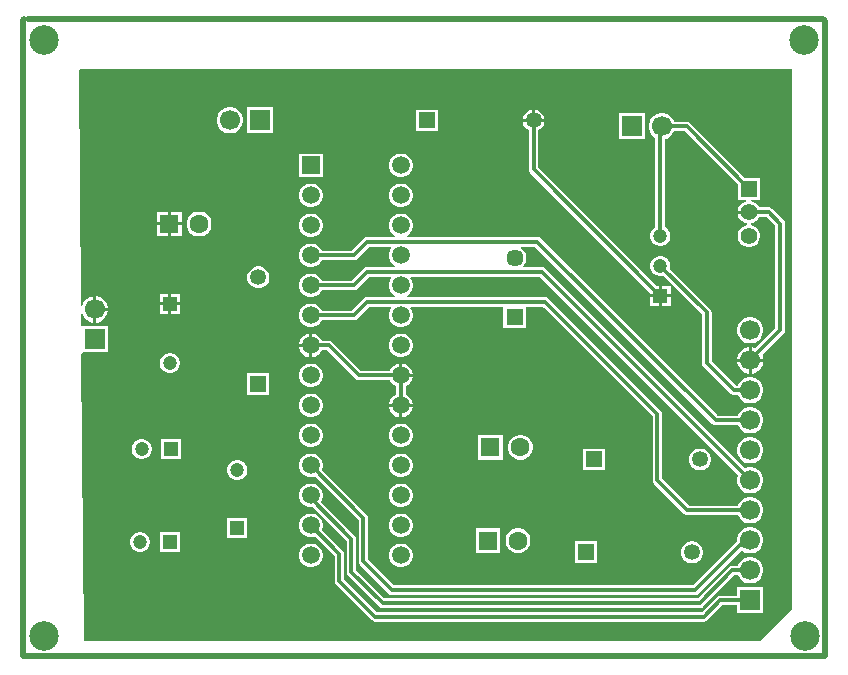
<source format=gbl>
G04*
G04 #@! TF.GenerationSoftware,Altium Limited,Altium Designer,22.9.1 (49)*
G04*
G04 Layer_Physical_Order=2*
G04 Layer_Color=16711680*
%FSLAX44Y44*%
%MOMM*%
G71*
G04*
G04 #@! TF.SameCoordinates,8BA292B5-A8A8-46AB-8795-62B0E452CD41*
G04*
G04*
G04 #@! TF.FilePolarity,Positive*
G04*
G01*
G75*
%ADD15C,1.7000*%
%ADD16R,1.7000X1.7000*%
%ADD24C,1.3900*%
%ADD25R,1.3900X1.3900*%
%ADD28C,1.2000*%
%ADD29R,1.2000X1.2000*%
%ADD31R,1.2000X1.2000*%
%ADD32C,1.4500*%
%ADD33R,1.4500X1.4500*%
%ADD37C,0.5000*%
%ADD38C,0.3200*%
%ADD39C,0.3000*%
%ADD40R,1.6000X1.6000*%
%ADD41C,1.6000*%
%ADD42R,1.3500X1.3500*%
%ADD43C,1.3500*%
%ADD44R,1.7000X1.7000*%
%ADD45C,1.5000*%
%ADD46R,1.5000X1.5000*%
%ADD47R,1.3500X1.3500*%
%ADD48C,2.5000*%
G36*
X654000Y43000D02*
X627000Y16000D01*
X54000D01*
X51986Y259146D01*
X53247Y260220D01*
X74460D01*
Y282220D01*
X53065D01*
X52460Y282220D01*
X51787Y283211D01*
X51707Y292922D01*
X52975Y293094D01*
X53172Y292359D01*
X54626Y289841D01*
X56681Y287786D01*
X59199Y286332D01*
X62007Y285580D01*
X62190D01*
Y296620D01*
Y307660D01*
X62007D01*
X59199Y306908D01*
X56681Y305454D01*
X54626Y303399D01*
X53172Y300881D01*
X52919Y299934D01*
X51647Y300096D01*
X50000Y499000D01*
X51000Y500000D01*
X654000D01*
Y43000D01*
D02*
G37*
%LPC*%
G36*
X436120Y465917D02*
Y457910D01*
X444128D01*
X443507Y460226D01*
X442284Y462344D01*
X440554Y464074D01*
X438436Y465297D01*
X436120Y465917D01*
D02*
G37*
G36*
X433580D02*
X431264Y465297D01*
X429146Y464074D01*
X427416Y462344D01*
X426193Y460226D01*
X425573Y457910D01*
X433580D01*
Y465917D01*
D02*
G37*
G36*
X354100Y465890D02*
X335600D01*
Y447390D01*
X354100D01*
Y465890D01*
D02*
G37*
G36*
X214160Y467640D02*
X192160D01*
Y445640D01*
X214160D01*
Y467640D01*
D02*
G37*
G36*
X179208D02*
X176312D01*
X173514Y466890D01*
X171006Y465442D01*
X168958Y463394D01*
X167510Y460886D01*
X166760Y458088D01*
Y455192D01*
X167510Y452394D01*
X168958Y449886D01*
X171006Y447838D01*
X173514Y446390D01*
X176312Y445640D01*
X179208D01*
X182006Y446390D01*
X184514Y447838D01*
X186562Y449886D01*
X188010Y452394D01*
X188760Y455192D01*
Y458088D01*
X188010Y460886D01*
X186562Y463394D01*
X184514Y465442D01*
X182006Y466890D01*
X179208Y467640D01*
D02*
G37*
G36*
X529120Y462560D02*
X507120D01*
Y440560D01*
X529120D01*
Y462560D01*
D02*
G37*
G36*
X323857Y428540D02*
X321223D01*
X318680Y427859D01*
X316400Y426542D01*
X314538Y424680D01*
X313221Y422400D01*
X312540Y419856D01*
Y417224D01*
X313221Y414680D01*
X314538Y412400D01*
X316400Y410538D01*
X318680Y409221D01*
X321223Y408540D01*
X323857D01*
X326400Y409221D01*
X328680Y410538D01*
X330542Y412400D01*
X331858Y414680D01*
X332540Y417224D01*
Y419856D01*
X331858Y422400D01*
X330542Y424680D01*
X328680Y426542D01*
X326400Y427859D01*
X323857Y428540D01*
D02*
G37*
G36*
X256340D02*
X236340D01*
Y408540D01*
X256340D01*
Y428540D01*
D02*
G37*
G36*
X323857Y403140D02*
X321223D01*
X318680Y402458D01*
X316400Y401142D01*
X314538Y399280D01*
X313221Y397000D01*
X312540Y394456D01*
Y391824D01*
X313221Y389280D01*
X314538Y387000D01*
X316400Y385138D01*
X318680Y383821D01*
X321223Y383140D01*
X323857D01*
X326400Y383821D01*
X328680Y385138D01*
X330542Y387000D01*
X331858Y389280D01*
X332540Y391824D01*
Y394456D01*
X331858Y397000D01*
X330542Y399280D01*
X328680Y401142D01*
X326400Y402458D01*
X323857Y403140D01*
D02*
G37*
G36*
X247656D02*
X245023D01*
X242480Y402458D01*
X240200Y401142D01*
X238338Y399280D01*
X237022Y397000D01*
X236340Y394456D01*
Y391824D01*
X237022Y389280D01*
X238338Y387000D01*
X240200Y385138D01*
X242480Y383821D01*
X245023Y383140D01*
X247656D01*
X250200Y383821D01*
X252480Y385138D01*
X254342Y387000D01*
X255658Y389280D01*
X256340Y391824D01*
Y394456D01*
X255658Y397000D01*
X254342Y399280D01*
X252480Y401142D01*
X250200Y402458D01*
X247656Y403140D01*
D02*
G37*
G36*
X136840Y379540D02*
X127570D01*
Y370270D01*
X136840D01*
Y379540D01*
D02*
G37*
G36*
X125030D02*
X115760D01*
Y370270D01*
X125030D01*
Y379540D01*
D02*
G37*
G36*
X153082Y379500D02*
X150318D01*
X147647Y378784D01*
X145253Y377402D01*
X143298Y375447D01*
X141916Y373053D01*
X141200Y370382D01*
Y367618D01*
X141916Y364947D01*
X143298Y362553D01*
X145253Y360598D01*
X147647Y359216D01*
X150318Y358500D01*
X153082D01*
X155753Y359216D01*
X158147Y360598D01*
X160102Y362553D01*
X161484Y364947D01*
X162200Y367618D01*
Y370382D01*
X161484Y373053D01*
X160102Y375447D01*
X158147Y377402D01*
X155753Y378784D01*
X153082Y379500D01*
D02*
G37*
G36*
X136840Y367730D02*
X127570D01*
Y358460D01*
X136840D01*
Y367730D01*
D02*
G37*
G36*
X125030D02*
X115760D01*
Y358460D01*
X125030D01*
Y367730D01*
D02*
G37*
G36*
X323857Y377740D02*
X321223D01*
X318680Y377058D01*
X316400Y375742D01*
X314538Y373880D01*
X313221Y371600D01*
X312540Y369057D01*
Y366423D01*
X313221Y363880D01*
X314538Y361600D01*
X316400Y359738D01*
X317352Y359188D01*
X317012Y357918D01*
X294195D01*
X294195Y357918D01*
X292635Y357608D01*
X291311Y356724D01*
X291311Y356724D01*
X281006Y346418D01*
X255532D01*
X254342Y348480D01*
X252480Y350342D01*
X250200Y351659D01*
X247656Y352340D01*
X245023D01*
X242480Y351659D01*
X240200Y350342D01*
X238338Y348480D01*
X237022Y346200D01*
X236340Y343657D01*
Y341023D01*
X237022Y338480D01*
X238338Y336200D01*
X240200Y334338D01*
X242480Y333022D01*
X245023Y332340D01*
X247656D01*
X250200Y333022D01*
X252480Y334338D01*
X254342Y336200D01*
X255532Y338262D01*
X282695D01*
X282695Y338262D01*
X284256Y338572D01*
X285579Y339456D01*
X295885Y349762D01*
X314160D01*
X314646Y348588D01*
X314538Y348480D01*
X313221Y346200D01*
X312540Y343657D01*
Y341023D01*
X313221Y338480D01*
X314538Y336200D01*
X316400Y334338D01*
X317352Y333788D01*
X317012Y332518D01*
X294195D01*
X294195Y332518D01*
X292635Y332208D01*
X291311Y331324D01*
X291311Y331324D01*
X281006Y321018D01*
X255532D01*
X254342Y323080D01*
X252480Y324942D01*
X250200Y326259D01*
X247656Y326940D01*
X245023D01*
X242480Y326259D01*
X240200Y324942D01*
X238338Y323080D01*
X237022Y320800D01*
X236340Y318256D01*
Y315623D01*
X237022Y313080D01*
X238338Y310800D01*
X240200Y308938D01*
X242480Y307621D01*
X245023Y306940D01*
X247656D01*
X250200Y307621D01*
X252480Y308938D01*
X254342Y310800D01*
X255532Y312862D01*
X282695D01*
X282695Y312862D01*
X284256Y313172D01*
X285579Y314056D01*
X295885Y324362D01*
X314160D01*
X314646Y323188D01*
X314538Y323080D01*
X313221Y320800D01*
X312540Y318256D01*
Y315623D01*
X313221Y313080D01*
X314538Y310800D01*
X316400Y308938D01*
X317352Y308388D01*
X317012Y307118D01*
X294195D01*
X294195Y307118D01*
X292635Y306808D01*
X291311Y305924D01*
X291311Y305924D01*
X281006Y295618D01*
X255532D01*
X254342Y297680D01*
X252480Y299542D01*
X250200Y300858D01*
X247656Y301540D01*
X245023D01*
X242480Y300858D01*
X240200Y299542D01*
X238338Y297680D01*
X237022Y295400D01*
X236340Y292857D01*
Y290224D01*
X237022Y287680D01*
X238338Y285400D01*
X240200Y283538D01*
X242480Y282222D01*
X245023Y281540D01*
X247656D01*
X250200Y282222D01*
X252480Y283538D01*
X254342Y285400D01*
X255532Y287462D01*
X282695D01*
X282695Y287462D01*
X284256Y287772D01*
X285579Y288656D01*
X295885Y298962D01*
X314160D01*
X314646Y297788D01*
X314538Y297680D01*
X313221Y295400D01*
X312540Y292857D01*
Y290224D01*
X313221Y287680D01*
X314538Y285400D01*
X316400Y283538D01*
X318680Y282222D01*
X321223Y281540D01*
X323857D01*
X326400Y282222D01*
X328680Y283538D01*
X330542Y285400D01*
X331858Y287680D01*
X332540Y290224D01*
Y292857D01*
X331858Y295400D01*
X330542Y297680D01*
X330434Y297788D01*
X330920Y298962D01*
X409310D01*
Y280520D01*
X428810D01*
Y298962D01*
X442701D01*
X442840Y298823D01*
X442840Y298823D01*
X535632Y206031D01*
Y151840D01*
X535632Y151840D01*
X535942Y150279D01*
X536826Y148956D01*
X562226Y123556D01*
X562226Y123556D01*
X563549Y122672D01*
X565110Y122362D01*
X565110Y122362D01*
X608155D01*
X608200Y122194D01*
X609648Y119686D01*
X611696Y117638D01*
X614204Y116190D01*
X617002Y115440D01*
X619898D01*
X622696Y116190D01*
X625204Y117638D01*
X627252Y119686D01*
X628700Y122194D01*
X629450Y124992D01*
Y127888D01*
X628700Y130686D01*
X627252Y133194D01*
X625204Y135242D01*
X622696Y136690D01*
X619898Y137440D01*
X617002D01*
X614204Y136690D01*
X611696Y135242D01*
X609648Y133194D01*
X608200Y130686D01*
X608155Y130518D01*
X566799D01*
X543788Y153529D01*
Y207720D01*
X543788Y207720D01*
X543478Y209281D01*
X542594Y210604D01*
X448607Y304590D01*
X447274Y305924D01*
X445951Y306808D01*
X444390Y307118D01*
X444390Y307118D01*
X328068D01*
X327728Y308388D01*
X328680Y308938D01*
X330542Y310800D01*
X331858Y313080D01*
X332540Y315623D01*
Y318256D01*
X331858Y320800D01*
X330542Y323080D01*
X330434Y323188D01*
X330920Y324362D01*
X440161D01*
X608286Y156236D01*
X608200Y156086D01*
X607450Y153288D01*
Y150392D01*
X608200Y147594D01*
X609648Y145086D01*
X611696Y143038D01*
X614204Y141590D01*
X617002Y140840D01*
X619898D01*
X622696Y141590D01*
X625204Y143038D01*
X627252Y145086D01*
X628700Y147594D01*
X629450Y150392D01*
Y153288D01*
X628700Y156086D01*
X627252Y158594D01*
X625204Y160642D01*
X622696Y162090D01*
X619898Y162840D01*
X617002D01*
X614204Y162090D01*
X614054Y162004D01*
X444734Y331324D01*
X443411Y332208D01*
X441850Y332518D01*
X441850Y332518D01*
X426756D01*
X426270Y333692D01*
X426862Y334283D01*
X428145Y336507D01*
X428810Y338986D01*
Y341553D01*
X428145Y344033D01*
X426862Y346256D01*
X425047Y348072D01*
X424319Y348492D01*
X424660Y349762D01*
X436351D01*
X586356Y199756D01*
X586356Y199756D01*
X587679Y198872D01*
X589240Y198562D01*
X608155D01*
X608200Y198394D01*
X609648Y195886D01*
X611696Y193838D01*
X614204Y192390D01*
X617002Y191640D01*
X619898D01*
X622696Y192390D01*
X625204Y193838D01*
X627252Y195886D01*
X628700Y198394D01*
X629450Y201192D01*
Y204088D01*
X628700Y206886D01*
X627252Y209394D01*
X625204Y211442D01*
X622696Y212890D01*
X619898Y213640D01*
X617002D01*
X614204Y212890D01*
X611696Y211442D01*
X609648Y209394D01*
X608200Y206886D01*
X608155Y206718D01*
X590929D01*
X440924Y356724D01*
X439601Y357608D01*
X438040Y357918D01*
X438040Y357918D01*
X328068D01*
X327728Y359188D01*
X328680Y359738D01*
X330542Y361600D01*
X331858Y363880D01*
X332540Y366423D01*
Y369057D01*
X331858Y371600D01*
X330542Y373880D01*
X328680Y375742D01*
X326400Y377058D01*
X323857Y377740D01*
D02*
G37*
G36*
X247656D02*
X245023D01*
X242480Y377058D01*
X240200Y375742D01*
X238338Y373880D01*
X237022Y371600D01*
X236340Y369057D01*
Y366423D01*
X237022Y363880D01*
X238338Y361600D01*
X240200Y359738D01*
X242480Y358422D01*
X245023Y357740D01*
X247656D01*
X250200Y358422D01*
X252480Y359738D01*
X254342Y361600D01*
X255658Y363880D01*
X256340Y366423D01*
Y369057D01*
X255658Y371600D01*
X254342Y373880D01*
X252480Y375742D01*
X250200Y377058D01*
X247656Y377740D01*
D02*
G37*
G36*
X203108Y333090D02*
X200672D01*
X198320Y332460D01*
X196210Y331242D01*
X194488Y329520D01*
X193270Y327411D01*
X192640Y325058D01*
Y322622D01*
X193270Y320270D01*
X194488Y318161D01*
X196210Y316438D01*
X198320Y315221D01*
X200672Y314590D01*
X203108D01*
X205460Y315221D01*
X207570Y316438D01*
X209292Y318161D01*
X210510Y320270D01*
X211140Y322622D01*
Y325058D01*
X210510Y327411D01*
X209292Y329520D01*
X207570Y331242D01*
X205460Y332460D01*
X203108Y333090D01*
D02*
G37*
G36*
X550840Y316590D02*
X543570D01*
Y309320D01*
X550840D01*
Y316590D01*
D02*
G37*
G36*
X444128Y455370D02*
X425573D01*
X426193Y453054D01*
X427416Y450936D01*
X429146Y449206D01*
X430670Y448326D01*
Y415500D01*
X430988Y413900D01*
X431894Y412544D01*
X533760Y310678D01*
Y309320D01*
X541030D01*
Y316590D01*
X539672D01*
X439030Y417231D01*
Y448326D01*
X440554Y449206D01*
X442284Y450936D01*
X443507Y453054D01*
X444128Y455370D01*
D02*
G37*
G36*
X135500Y309840D02*
X128230D01*
Y302570D01*
X135500D01*
Y309840D01*
D02*
G37*
G36*
X125690D02*
X118420D01*
Y302570D01*
X125690D01*
Y309840D01*
D02*
G37*
G36*
X550840Y306780D02*
X543570D01*
Y299510D01*
X550840D01*
Y306780D01*
D02*
G37*
G36*
X541030D02*
X533760D01*
Y299510D01*
X541030D01*
Y306780D01*
D02*
G37*
G36*
X64913Y307660D02*
X64730D01*
Y297890D01*
X74500D01*
Y298073D01*
X73748Y300881D01*
X72294Y303399D01*
X70239Y305454D01*
X67721Y306908D01*
X64913Y307660D01*
D02*
G37*
G36*
X135500Y300030D02*
X128230D01*
Y292760D01*
X135500D01*
Y300030D01*
D02*
G37*
G36*
X125690D02*
X118420D01*
Y292760D01*
X125690D01*
Y300030D01*
D02*
G37*
G36*
X74500Y295350D02*
X64730D01*
Y285580D01*
X64913D01*
X67721Y286332D01*
X70239Y287786D01*
X72294Y289841D01*
X73748Y292359D01*
X74500Y295167D01*
Y295350D01*
D02*
G37*
G36*
X619898Y289840D02*
X617002D01*
X614204Y289090D01*
X611696Y287642D01*
X609648Y285594D01*
X608200Y283086D01*
X607450Y280288D01*
Y277392D01*
X608200Y274594D01*
X609648Y272086D01*
X611696Y270038D01*
X614204Y268590D01*
X617002Y267840D01*
X619898D01*
X622696Y268590D01*
X625204Y270038D01*
X627252Y272086D01*
X628700Y274594D01*
X629450Y277392D01*
Y280288D01*
X628700Y283086D01*
X627252Y285594D01*
X625204Y287642D01*
X622696Y289090D01*
X619898Y289840D01*
D02*
G37*
G36*
X245070Y276180D02*
X245018D01*
X242465Y275496D01*
X240175Y274174D01*
X238306Y272305D01*
X236984Y270015D01*
X236300Y267462D01*
Y267410D01*
X245070D01*
Y276180D01*
D02*
G37*
G36*
X544968Y462560D02*
X542072D01*
X539274Y461810D01*
X536766Y460362D01*
X534718Y458314D01*
X533270Y455806D01*
X532520Y453008D01*
Y450112D01*
X533270Y447314D01*
X534718Y444806D01*
X536766Y442758D01*
X538120Y441976D01*
Y366251D01*
X537081Y365652D01*
X535498Y364069D01*
X534379Y362131D01*
X533800Y359969D01*
Y357731D01*
X534379Y355569D01*
X535498Y353631D01*
X537081Y352048D01*
X539019Y350929D01*
X541181Y350350D01*
X543419D01*
X545581Y350929D01*
X547519Y352048D01*
X549101Y353631D01*
X550220Y355569D01*
X550800Y357731D01*
Y359969D01*
X550220Y362131D01*
X549101Y364069D01*
X547519Y365652D01*
X546480Y366251D01*
Y440965D01*
X547766Y441310D01*
X550274Y442758D01*
X552322Y444806D01*
X553770Y447314D01*
X553788Y447380D01*
X562738D01*
X607730Y402388D01*
Y389400D01*
X614980D01*
X615147Y388130D01*
X613517Y387693D01*
X611353Y386444D01*
X609586Y384677D01*
X608337Y382513D01*
X607696Y380120D01*
X617180D01*
Y377580D01*
X607696D01*
X608337Y375187D01*
X609586Y373023D01*
X611353Y371256D01*
X613517Y370007D01*
X615458Y369487D01*
Y368172D01*
X613532Y367656D01*
X611378Y366412D01*
X609618Y364652D01*
X608374Y362498D01*
X607730Y360094D01*
Y357606D01*
X608374Y355202D01*
X609618Y353048D01*
X611378Y351288D01*
X613532Y350044D01*
X615936Y349400D01*
X618424D01*
X620828Y350044D01*
X622982Y351288D01*
X624742Y353048D01*
X625986Y355202D01*
X626630Y357606D01*
Y360094D01*
X625986Y362498D01*
X624742Y364652D01*
X622982Y366412D01*
X620828Y367656D01*
X618902Y368172D01*
Y369487D01*
X620843Y370007D01*
X623007Y371256D01*
X624774Y373023D01*
X625725Y374670D01*
X632279D01*
X639670Y367279D01*
Y280571D01*
X622784Y263686D01*
X622711Y263728D01*
X619903Y264480D01*
X619720D01*
Y254710D01*
X629490D01*
Y254893D01*
X628738Y257701D01*
X628696Y257774D01*
X646806Y275884D01*
X647712Y277240D01*
X648030Y278840D01*
Y369010D01*
X647712Y370610D01*
X646806Y371966D01*
X636966Y381806D01*
X635610Y382712D01*
X634010Y383030D01*
X625725D01*
X624774Y384677D01*
X623007Y386444D01*
X620843Y387693D01*
X619213Y388130D01*
X619380Y389400D01*
X626630D01*
Y408300D01*
X613642D01*
X567426Y454516D01*
X566070Y455422D01*
X564470Y455740D01*
X553788D01*
X553770Y455806D01*
X552322Y458314D01*
X550274Y460362D01*
X547766Y461810D01*
X544968Y462560D01*
D02*
G37*
G36*
X323857Y276140D02*
X321223D01*
X318680Y275459D01*
X316400Y274142D01*
X314538Y272280D01*
X313221Y270000D01*
X312540Y267456D01*
Y264823D01*
X313221Y262280D01*
X314538Y260000D01*
X316400Y258138D01*
X318680Y256821D01*
X321223Y256140D01*
X323857D01*
X326400Y256821D01*
X328680Y258138D01*
X330542Y260000D01*
X331858Y262280D01*
X332540Y264823D01*
Y267456D01*
X331858Y270000D01*
X330542Y272280D01*
X328680Y274142D01*
X326400Y275459D01*
X323857Y276140D01*
D02*
G37*
G36*
X245070Y264870D02*
X236300D01*
Y264818D01*
X236984Y262265D01*
X238306Y259975D01*
X240175Y258106D01*
X242465Y256784D01*
X245018Y256100D01*
X245070D01*
Y264870D01*
D02*
G37*
G36*
X617180Y264480D02*
X616997D01*
X614189Y263728D01*
X611671Y262274D01*
X609616Y260219D01*
X608162Y257701D01*
X607410Y254893D01*
Y254710D01*
X617180D01*
Y264480D01*
D02*
G37*
G36*
X128079Y259800D02*
X125841D01*
X123679Y259221D01*
X121741Y258102D01*
X120158Y256519D01*
X119039Y254581D01*
X118460Y252419D01*
Y250181D01*
X119039Y248019D01*
X120158Y246081D01*
X121741Y244498D01*
X123679Y243379D01*
X125841Y242800D01*
X128079D01*
X130241Y243379D01*
X132179Y244498D01*
X133762Y246081D01*
X134881Y248019D01*
X135460Y250181D01*
Y252419D01*
X134881Y254581D01*
X133762Y256519D01*
X132179Y258102D01*
X130241Y259221D01*
X128079Y259800D01*
D02*
G37*
G36*
X629490Y252170D02*
X619720D01*
Y242400D01*
X619903D01*
X622711Y243152D01*
X625229Y244606D01*
X627284Y246661D01*
X628738Y249179D01*
X629490Y251987D01*
Y252170D01*
D02*
G37*
G36*
X617180D02*
X607410D01*
Y251987D01*
X608162Y249179D01*
X609616Y246661D01*
X611671Y244606D01*
X614189Y243152D01*
X616997Y242400D01*
X617180D01*
Y252170D01*
D02*
G37*
G36*
X323862Y250780D02*
X323810D01*
Y242010D01*
X332580D01*
Y242062D01*
X331896Y244615D01*
X330574Y246905D01*
X328705Y248774D01*
X326415Y250096D01*
X323862Y250780D01*
D02*
G37*
G36*
X247656Y250740D02*
X245023D01*
X242480Y250058D01*
X240200Y248742D01*
X238338Y246880D01*
X237022Y244600D01*
X236340Y242057D01*
Y239424D01*
X237022Y236880D01*
X238338Y234600D01*
X240200Y232738D01*
X242480Y231422D01*
X245023Y230740D01*
X247656D01*
X250200Y231422D01*
X252480Y232738D01*
X254342Y234600D01*
X255658Y236880D01*
X256340Y239424D01*
Y242057D01*
X255658Y244600D01*
X254342Y246880D01*
X252480Y248742D01*
X250200Y250058D01*
X247656Y250740D01*
D02*
G37*
G36*
X211140Y243090D02*
X192640D01*
Y224590D01*
X211140D01*
Y243090D01*
D02*
G37*
G36*
X543419Y341950D02*
X541181D01*
X539019Y341371D01*
X537081Y340252D01*
X535498Y338669D01*
X534379Y336731D01*
X533800Y334569D01*
Y332331D01*
X534379Y330169D01*
X535498Y328231D01*
X537081Y326648D01*
X539019Y325529D01*
X541181Y324950D01*
X543419D01*
X544691Y325291D01*
X577542Y292440D01*
Y251388D01*
X577542Y251387D01*
X577852Y249827D01*
X578736Y248503D01*
X602084Y225156D01*
X603407Y224272D01*
X604967Y223962D01*
X608155D01*
X608200Y223794D01*
X609648Y221286D01*
X611696Y219238D01*
X614204Y217790D01*
X617002Y217040D01*
X619898D01*
X622696Y217790D01*
X625204Y219238D01*
X627252Y221286D01*
X628700Y223794D01*
X629450Y226592D01*
Y229488D01*
X628700Y232286D01*
X627252Y234794D01*
X625204Y236842D01*
X622696Y238290D01*
X619898Y239040D01*
X617002D01*
X614204Y238290D01*
X611696Y236842D01*
X609648Y234794D01*
X608200Y232286D01*
X608155Y232118D01*
X606657D01*
X585698Y253077D01*
Y294130D01*
X585388Y295690D01*
X584504Y297014D01*
X584504Y297014D01*
X550459Y331059D01*
X550800Y332331D01*
Y334569D01*
X550220Y336731D01*
X549101Y338669D01*
X547519Y340252D01*
X545581Y341371D01*
X543419Y341950D01*
D02*
G37*
G36*
X247662Y276180D02*
X247610D01*
Y266140D01*
Y256100D01*
X247662D01*
X250215Y256784D01*
X252505Y258106D01*
X254374Y259975D01*
X255520Y261960D01*
X259848D01*
X284024Y237784D01*
X285380Y236878D01*
X286980Y236560D01*
X313360D01*
X314506Y234575D01*
X316375Y232706D01*
X318360Y231560D01*
Y224520D01*
X316375Y223374D01*
X314506Y221505D01*
X313184Y219215D01*
X312500Y216662D01*
Y216610D01*
X332580D01*
Y216662D01*
X331896Y219215D01*
X330574Y221505D01*
X328705Y223374D01*
X326720Y224520D01*
Y231560D01*
X328705Y232706D01*
X330574Y234575D01*
X331896Y236865D01*
X332580Y239418D01*
Y239470D01*
X322540D01*
Y240740D01*
X321270D01*
Y250780D01*
X321218D01*
X318665Y250096D01*
X316375Y248774D01*
X314506Y246905D01*
X313360Y244920D01*
X288711D01*
X264536Y269096D01*
X263180Y270002D01*
X261580Y270320D01*
X255520D01*
X254374Y272305D01*
X252505Y274174D01*
X250215Y275496D01*
X247662Y276180D01*
D02*
G37*
G36*
X247656Y225340D02*
X245023D01*
X242480Y224659D01*
X240200Y223342D01*
X238338Y221480D01*
X237022Y219200D01*
X236340Y216656D01*
Y214023D01*
X237022Y211480D01*
X238338Y209200D01*
X240200Y207338D01*
X242480Y206021D01*
X245023Y205340D01*
X247656D01*
X250200Y206021D01*
X252480Y207338D01*
X254342Y209200D01*
X255658Y211480D01*
X256340Y214023D01*
Y216656D01*
X255658Y219200D01*
X254342Y221480D01*
X252480Y223342D01*
X250200Y224659D01*
X247656Y225340D01*
D02*
G37*
G36*
X332580Y214070D02*
X323810D01*
Y205300D01*
X323862D01*
X326415Y205984D01*
X328705Y207306D01*
X330574Y209175D01*
X331896Y211465D01*
X332580Y214018D01*
Y214070D01*
D02*
G37*
G36*
X321270D02*
X312500D01*
Y214018D01*
X313184Y211465D01*
X314506Y209175D01*
X316375Y207306D01*
X318665Y205984D01*
X321218Y205300D01*
X321270D01*
Y214070D01*
D02*
G37*
G36*
X323857Y199940D02*
X321223D01*
X318680Y199258D01*
X316400Y197942D01*
X314538Y196080D01*
X313221Y193800D01*
X312540Y191257D01*
Y188624D01*
X313221Y186080D01*
X314538Y183800D01*
X316400Y181938D01*
X318680Y180621D01*
X321223Y179940D01*
X323857D01*
X326400Y180621D01*
X328680Y181938D01*
X330542Y183800D01*
X331858Y186080D01*
X332540Y188624D01*
Y191257D01*
X331858Y193800D01*
X330542Y196080D01*
X328680Y197942D01*
X326400Y199258D01*
X323857Y199940D01*
D02*
G37*
G36*
X247656D02*
X245023D01*
X242480Y199258D01*
X240200Y197942D01*
X238338Y196080D01*
X237022Y193800D01*
X236340Y191257D01*
Y188624D01*
X237022Y186080D01*
X238338Y183800D01*
X240200Y181938D01*
X242480Y180621D01*
X245023Y179940D01*
X247656D01*
X250200Y180621D01*
X252480Y181938D01*
X254342Y183800D01*
X255658Y186080D01*
X256340Y188624D01*
Y191257D01*
X255658Y193800D01*
X254342Y196080D01*
X252480Y197942D01*
X250200Y199258D01*
X247656Y199940D01*
D02*
G37*
G36*
X136530Y187010D02*
X119530D01*
Y170010D01*
X136530D01*
Y187010D01*
D02*
G37*
G36*
X104149D02*
X101911D01*
X99749Y186431D01*
X97811Y185312D01*
X96229Y183729D01*
X95109Y181791D01*
X94530Y179629D01*
Y177391D01*
X95109Y175229D01*
X96229Y173291D01*
X97811Y171708D01*
X99749Y170589D01*
X101911Y170010D01*
X104149D01*
X106311Y170589D01*
X108249Y171708D01*
X109832Y173291D01*
X110951Y175229D01*
X111530Y177391D01*
Y179629D01*
X110951Y181791D01*
X109832Y183729D01*
X108249Y185312D01*
X106311Y186431D01*
X104149Y187010D01*
D02*
G37*
G36*
X425082Y190500D02*
X422318D01*
X419647Y189784D01*
X417253Y188402D01*
X415298Y186447D01*
X413916Y184053D01*
X413200Y181382D01*
Y178618D01*
X413916Y175947D01*
X415298Y173553D01*
X417253Y171598D01*
X419647Y170216D01*
X422318Y169500D01*
X425082D01*
X427753Y170216D01*
X430147Y171598D01*
X432102Y173553D01*
X433484Y175947D01*
X434200Y178618D01*
Y181382D01*
X433484Y184053D01*
X432102Y186447D01*
X430147Y188402D01*
X427753Y189784D01*
X425082Y190500D01*
D02*
G37*
G36*
X408800D02*
X387800D01*
Y169500D01*
X408800D01*
Y190500D01*
D02*
G37*
G36*
X619898Y188240D02*
X617002D01*
X614204Y187490D01*
X611696Y186042D01*
X609648Y183994D01*
X608200Y181486D01*
X607450Y178688D01*
Y175792D01*
X608200Y172994D01*
X609648Y170486D01*
X611696Y168438D01*
X614204Y166990D01*
X617002Y166240D01*
X619898D01*
X622696Y166990D01*
X625204Y168438D01*
X627252Y170486D01*
X628700Y172994D01*
X629450Y175792D01*
Y178688D01*
X628700Y181486D01*
X627252Y183994D01*
X625204Y186042D01*
X622696Y187490D01*
X619898Y188240D01*
D02*
G37*
G36*
X577038Y178870D02*
X574602D01*
X572250Y178240D01*
X570140Y177022D01*
X568418Y175300D01*
X567201Y173190D01*
X566570Y170838D01*
Y168402D01*
X567201Y166050D01*
X568418Y163940D01*
X570140Y162218D01*
X572250Y161000D01*
X574602Y160370D01*
X577038D01*
X579390Y161000D01*
X581500Y162218D01*
X583222Y163940D01*
X584440Y166050D01*
X585070Y168402D01*
Y170838D01*
X584440Y173190D01*
X583222Y175300D01*
X581500Y177022D01*
X579390Y178240D01*
X577038Y178870D01*
D02*
G37*
G36*
X495070D02*
X476570D01*
Y160370D01*
X495070D01*
Y178870D01*
D02*
G37*
G36*
X323857Y174540D02*
X321223D01*
X318680Y173859D01*
X316400Y172542D01*
X314538Y170680D01*
X313221Y168400D01*
X312540Y165856D01*
Y163223D01*
X313221Y160680D01*
X314538Y158400D01*
X316400Y156538D01*
X318680Y155222D01*
X321223Y154540D01*
X323857D01*
X326400Y155222D01*
X328680Y156538D01*
X330542Y158400D01*
X331858Y160680D01*
X332540Y163223D01*
Y165856D01*
X331858Y168400D01*
X330542Y170680D01*
X328680Y172542D01*
X326400Y173859D01*
X323857Y174540D01*
D02*
G37*
G36*
X185229Y169230D02*
X182991D01*
X180829Y168651D01*
X178891Y167532D01*
X177308Y165949D01*
X176189Y164011D01*
X175610Y161849D01*
Y159611D01*
X176189Y157449D01*
X177308Y155511D01*
X178891Y153928D01*
X180829Y152809D01*
X182991Y152230D01*
X185229D01*
X187391Y152809D01*
X189329Y153928D01*
X190912Y155511D01*
X192031Y157449D01*
X192610Y159611D01*
Y161849D01*
X192031Y164011D01*
X190912Y165949D01*
X189329Y167532D01*
X187391Y168651D01*
X185229Y169230D01*
D02*
G37*
G36*
X323857Y149140D02*
X321223D01*
X318680Y148458D01*
X316400Y147142D01*
X314538Y145280D01*
X313221Y143000D01*
X312540Y140456D01*
Y137823D01*
X313221Y135280D01*
X314538Y133000D01*
X316400Y131138D01*
X318680Y129822D01*
X321223Y129140D01*
X323857D01*
X326400Y129822D01*
X328680Y131138D01*
X330542Y133000D01*
X331858Y135280D01*
X332540Y137823D01*
Y140456D01*
X331858Y143000D01*
X330542Y145280D01*
X328680Y147142D01*
X326400Y148458D01*
X323857Y149140D01*
D02*
G37*
G36*
Y123740D02*
X321223D01*
X318680Y123059D01*
X316400Y121742D01*
X314538Y119880D01*
X313221Y117600D01*
X312540Y115056D01*
Y112423D01*
X313221Y109880D01*
X314538Y107600D01*
X316400Y105738D01*
X318680Y104422D01*
X321223Y103740D01*
X323857D01*
X326400Y104422D01*
X328680Y105738D01*
X330542Y107600D01*
X331858Y109880D01*
X332540Y112423D01*
Y115056D01*
X331858Y117600D01*
X330542Y119880D01*
X328680Y121742D01*
X326400Y123059D01*
X323857Y123740D01*
D02*
G37*
G36*
X192610Y120430D02*
X175610D01*
Y103430D01*
X192610D01*
Y120430D01*
D02*
G37*
G36*
X135260Y108270D02*
X118260D01*
Y91270D01*
X135260D01*
Y108270D01*
D02*
G37*
G36*
X102879D02*
X100641D01*
X98479Y107691D01*
X96541Y106572D01*
X94958Y104989D01*
X93839Y103051D01*
X93260Y100889D01*
Y98651D01*
X93839Y96489D01*
X94958Y94551D01*
X96541Y92968D01*
X98479Y91849D01*
X100641Y91270D01*
X102879D01*
X105041Y91849D01*
X106979Y92968D01*
X108562Y94551D01*
X109681Y96489D01*
X110260Y98651D01*
Y100889D01*
X109681Y103051D01*
X108562Y104989D01*
X106979Y106572D01*
X105041Y107691D01*
X102879Y108270D01*
D02*
G37*
G36*
X423082Y111500D02*
X420318D01*
X417647Y110784D01*
X415253Y109402D01*
X413298Y107447D01*
X411916Y105053D01*
X411200Y102382D01*
Y99618D01*
X411916Y96947D01*
X413298Y94553D01*
X415253Y92598D01*
X417647Y91216D01*
X420318Y90500D01*
X423082D01*
X425753Y91216D01*
X428147Y92598D01*
X430102Y94553D01*
X431484Y96947D01*
X432200Y99618D01*
Y102382D01*
X431484Y105053D01*
X430102Y107447D01*
X428147Y109402D01*
X425753Y110784D01*
X423082Y111500D01*
D02*
G37*
G36*
X406800D02*
X385800D01*
Y90500D01*
X406800D01*
Y111500D01*
D02*
G37*
G36*
X247656Y174540D02*
X245023D01*
X242480Y173859D01*
X240200Y172542D01*
X238338Y170680D01*
X237022Y168400D01*
X236340Y165856D01*
Y163223D01*
X237022Y160680D01*
X238338Y158400D01*
X240200Y156538D01*
X242480Y155222D01*
X245023Y154540D01*
X247656D01*
X249956Y155156D01*
X286712Y118401D01*
Y83260D01*
X286712Y83260D01*
X287022Y81699D01*
X287906Y80376D01*
X312166Y56116D01*
X312166Y56116D01*
X313489Y55232D01*
X315050Y54922D01*
X315050Y54922D01*
X571330D01*
X571330Y54922D01*
X572891Y55232D01*
X574214Y56116D01*
X611016Y92918D01*
X611696Y92238D01*
X614204Y90790D01*
X617002Y90040D01*
X619898D01*
X622696Y90790D01*
X625204Y92238D01*
X627252Y94286D01*
X628700Y96794D01*
X629450Y99592D01*
Y102488D01*
X628700Y105286D01*
X627252Y107794D01*
X625204Y109842D01*
X622696Y111290D01*
X619898Y112040D01*
X617002D01*
X614204Y111290D01*
X611696Y109842D01*
X609648Y107794D01*
X608200Y105286D01*
X607450Y102488D01*
Y100683D01*
X606834Y100272D01*
X569641Y63078D01*
X316739D01*
X294868Y84949D01*
Y120090D01*
X294868Y120090D01*
X294558Y121651D01*
X293674Y122974D01*
X293674Y122974D01*
X255724Y160924D01*
X256340Y163223D01*
Y165856D01*
X255658Y168400D01*
X254342Y170680D01*
X252480Y172542D01*
X250200Y173859D01*
X247656Y174540D01*
D02*
G37*
G36*
X570218Y100250D02*
X567782D01*
X565430Y99620D01*
X563321Y98402D01*
X561598Y96680D01*
X560381Y94570D01*
X559750Y92218D01*
Y89782D01*
X560381Y87430D01*
X561598Y85320D01*
X563321Y83598D01*
X565430Y82380D01*
X567782Y81750D01*
X570218D01*
X572570Y82380D01*
X574680Y83598D01*
X576402Y85320D01*
X577620Y87430D01*
X578250Y89782D01*
Y92218D01*
X577620Y94570D01*
X576402Y96680D01*
X574680Y98402D01*
X572570Y99620D01*
X570218Y100250D01*
D02*
G37*
G36*
X488250D02*
X469750D01*
Y81750D01*
X488250D01*
Y100250D01*
D02*
G37*
G36*
X323857Y98340D02*
X321223D01*
X318680Y97659D01*
X316400Y96342D01*
X314538Y94480D01*
X313221Y92200D01*
X312540Y89656D01*
Y87023D01*
X313221Y84480D01*
X314538Y82200D01*
X316400Y80338D01*
X318680Y79022D01*
X321223Y78340D01*
X323857D01*
X326400Y79022D01*
X328680Y80338D01*
X330542Y82200D01*
X331858Y84480D01*
X332540Y87023D01*
Y89656D01*
X331858Y92200D01*
X330542Y94480D01*
X328680Y96342D01*
X326400Y97659D01*
X323857Y98340D01*
D02*
G37*
G36*
X247656D02*
X245023D01*
X242480Y97659D01*
X240200Y96342D01*
X238338Y94480D01*
X237022Y92200D01*
X236340Y89656D01*
Y87023D01*
X237022Y84480D01*
X238338Y82200D01*
X240200Y80338D01*
X242480Y79022D01*
X245023Y78340D01*
X247656D01*
X250200Y79022D01*
X252480Y80338D01*
X254342Y82200D01*
X255658Y84480D01*
X256340Y87023D01*
Y89656D01*
X255658Y92200D01*
X254342Y94480D01*
X252480Y96342D01*
X250200Y97659D01*
X247656Y98340D01*
D02*
G37*
G36*
Y149140D02*
X245023D01*
X242480Y148458D01*
X240200Y147142D01*
X238338Y145280D01*
X237022Y143000D01*
X236340Y140456D01*
Y137823D01*
X237022Y135280D01*
X238338Y133000D01*
X240200Y131138D01*
X242480Y129822D01*
X245023Y129140D01*
X247656D01*
X247953Y129219D01*
X276552Y100621D01*
Y74370D01*
X276552Y74370D01*
X276862Y72809D01*
X277746Y71486D01*
X304116Y45116D01*
X305439Y44232D01*
X307000Y43922D01*
X307000Y43922D01*
X575570D01*
X575570Y43922D01*
X577131Y44232D01*
X578454Y45116D01*
X604899Y71562D01*
X608155D01*
X608200Y71394D01*
X609648Y68886D01*
X611696Y66838D01*
X614204Y65390D01*
X617002Y64640D01*
X619898D01*
X622696Y65390D01*
X625204Y66838D01*
X627252Y68886D01*
X628700Y71394D01*
X629450Y74192D01*
Y77088D01*
X628700Y79886D01*
X627252Y82394D01*
X625204Y84442D01*
X622696Y85890D01*
X619898Y86640D01*
X617002D01*
X614204Y85890D01*
X611696Y84442D01*
X609648Y82394D01*
X608200Y79886D01*
X608155Y79718D01*
X603210D01*
X603210Y79718D01*
X601649Y79408D01*
X600326Y78524D01*
X600326Y78524D01*
X573881Y52078D01*
X308689D01*
X284708Y76059D01*
Y102310D01*
X284398Y103871D01*
X283514Y105194D01*
X283514Y105194D01*
X254842Y133866D01*
X255658Y135280D01*
X256340Y137823D01*
Y140456D01*
X255658Y143000D01*
X254342Y145280D01*
X252480Y147142D01*
X250200Y148458D01*
X247656Y149140D01*
D02*
G37*
G36*
Y123740D02*
X245023D01*
X242480Y123059D01*
X240200Y121742D01*
X238338Y119880D01*
X237022Y117600D01*
X236340Y115056D01*
Y112423D01*
X237022Y109880D01*
X238338Y107600D01*
X240200Y105738D01*
X242480Y104422D01*
X245023Y103740D01*
X247656D01*
X249956Y104356D01*
X266392Y87921D01*
Y66750D01*
X266392Y66750D01*
X266702Y65189D01*
X267586Y63866D01*
X298066Y33386D01*
X298066Y33386D01*
X299389Y32502D01*
X300950Y32192D01*
X579080D01*
X579080Y32192D01*
X580641Y32502D01*
X581964Y33386D01*
X594739Y46162D01*
X607450D01*
Y39240D01*
X629450D01*
Y61240D01*
X607450D01*
Y54318D01*
X593050D01*
X591489Y54008D01*
X590166Y53124D01*
X590166Y53124D01*
X577391Y40348D01*
X302639D01*
X274548Y68439D01*
Y89610D01*
X274548Y89610D01*
X274238Y91171D01*
X273354Y92494D01*
X255724Y110124D01*
X256340Y112423D01*
Y115056D01*
X255658Y117600D01*
X254342Y119880D01*
X252480Y121742D01*
X250200Y123059D01*
X247656Y123740D01*
D02*
G37*
%LPD*%
D15*
X618450Y278840D02*
D03*
Y253440D02*
D03*
Y228040D02*
D03*
Y202640D02*
D03*
Y177240D02*
D03*
Y151840D02*
D03*
Y126440D02*
D03*
Y101040D02*
D03*
Y75640D02*
D03*
X63460Y296620D02*
D03*
X177760Y456640D02*
D03*
X543520Y451560D02*
D03*
D16*
X618450Y50240D02*
D03*
X63460Y271220D02*
D03*
D24*
X617180Y358850D02*
D03*
Y378850D02*
D03*
D25*
Y398850D02*
D03*
D28*
X542300Y358850D02*
D03*
Y333450D02*
D03*
X101760Y99770D02*
D03*
X103030Y178510D02*
D03*
X126960Y251300D02*
D03*
X184110Y160730D02*
D03*
D29*
X542300Y308050D02*
D03*
X126760Y99770D02*
D03*
X128030Y178510D02*
D03*
D31*
X126960Y301300D02*
D03*
X184110Y111930D02*
D03*
D32*
X419060Y340270D02*
D03*
D33*
Y290270D02*
D03*
D37*
X2750Y541500D02*
X3750Y542500D01*
X2750Y3500D02*
Y541500D01*
Y3500D02*
X681250D01*
X681500Y3250D01*
Y541000D01*
X679750Y542750D02*
X681500Y541000D01*
X6500Y542750D02*
X679750D01*
D38*
X618450Y253440D02*
X643850Y278840D01*
Y369010D01*
X634010Y378850D02*
X643850Y369010D01*
X617180Y378850D02*
X634010D01*
X564470Y451560D02*
X617180Y398850D01*
X543520Y451560D02*
X564470D01*
X542300Y358850D02*
Y450340D01*
X543520Y451560D01*
X322540Y215340D02*
Y240740D01*
X261580Y266140D02*
X286980Y240740D01*
X246340Y266140D02*
X261580D01*
X286980Y240740D02*
X322540D01*
X434850Y415500D02*
X542300Y308050D01*
X434850Y415500D02*
Y456640D01*
D39*
X441850Y328440D02*
X618450Y151840D01*
X604967Y228040D02*
X618450D01*
X589240Y202640D02*
X618450D01*
X593050Y50240D02*
X618450D01*
X603210Y75640D02*
X618450D01*
X614662Y101040D02*
X618450D01*
X609718Y97388D02*
X611009D01*
X614662Y101040D01*
X565110Y126440D02*
X618450D01*
X539710Y151840D02*
X565110Y126440D01*
X539710Y151840D02*
Y207720D01*
X445724Y301706D02*
X539710Y207720D01*
X444390Y303040D02*
X445724Y301706D01*
X294195Y303040D02*
X444390D01*
X282695Y291540D02*
X294195Y303040D01*
X246340Y291540D02*
X282695D01*
X571330Y59000D02*
X609718Y97388D01*
X315050Y59000D02*
X571330D01*
X290790Y83260D02*
X315050Y59000D01*
X290790Y83260D02*
Y120090D01*
X246340Y164540D02*
X290790Y120090D01*
X246340Y136600D02*
Y139140D01*
Y136600D02*
X280630Y102310D01*
Y74370D02*
Y102310D01*
Y74370D02*
X307000Y48000D01*
X575570D01*
X603210Y75640D01*
X579080Y36270D02*
X593050Y50240D01*
X300950Y36270D02*
X579080D01*
X270470Y66750D02*
X300950Y36270D01*
X270470Y66750D02*
Y89610D01*
X246340Y113740D02*
X270470Y89610D01*
X438040Y353840D02*
X589240Y202640D01*
X294195Y353840D02*
X438040D01*
X282695Y342340D02*
X294195Y353840D01*
X246340Y342340D02*
X282695D01*
X581620Y251387D02*
X604967Y228040D01*
X581620Y251387D02*
Y294130D01*
X542300Y333450D02*
X581620Y294130D01*
X294195Y328440D02*
X441850D01*
X282695Y316940D02*
X294195Y328440D01*
X246340Y316940D02*
X282695D01*
D40*
X126300Y369000D02*
D03*
X396300Y101000D02*
D03*
X398300Y180000D02*
D03*
D41*
X151700Y369000D02*
D03*
X421700Y101000D02*
D03*
X423700Y180000D02*
D03*
D42*
X344850Y456640D02*
D03*
X479000Y91000D02*
D03*
X485820Y169620D02*
D03*
D43*
X434850Y456640D02*
D03*
X201890Y323840D02*
D03*
X569000Y91000D02*
D03*
X575820Y169620D02*
D03*
D44*
X203160Y456640D02*
D03*
X518120Y451560D02*
D03*
D45*
X322540Y88340D02*
D03*
Y113740D02*
D03*
Y139140D02*
D03*
Y164540D02*
D03*
Y189940D02*
D03*
Y215340D02*
D03*
Y240740D02*
D03*
Y266140D02*
D03*
Y291540D02*
D03*
Y316940D02*
D03*
Y342340D02*
D03*
Y367740D02*
D03*
Y393140D02*
D03*
Y418540D02*
D03*
X246340Y88340D02*
D03*
Y113740D02*
D03*
Y139140D02*
D03*
Y164540D02*
D03*
Y189940D02*
D03*
Y215340D02*
D03*
Y240740D02*
D03*
Y266140D02*
D03*
Y291540D02*
D03*
Y316940D02*
D03*
Y342340D02*
D03*
Y367740D02*
D03*
Y393140D02*
D03*
D46*
Y418540D02*
D03*
D47*
X201890Y233840D02*
D03*
D48*
X665000Y20000D02*
D03*
X20000D02*
D03*
Y525000D02*
D03*
X664000D02*
D03*
M02*

</source>
